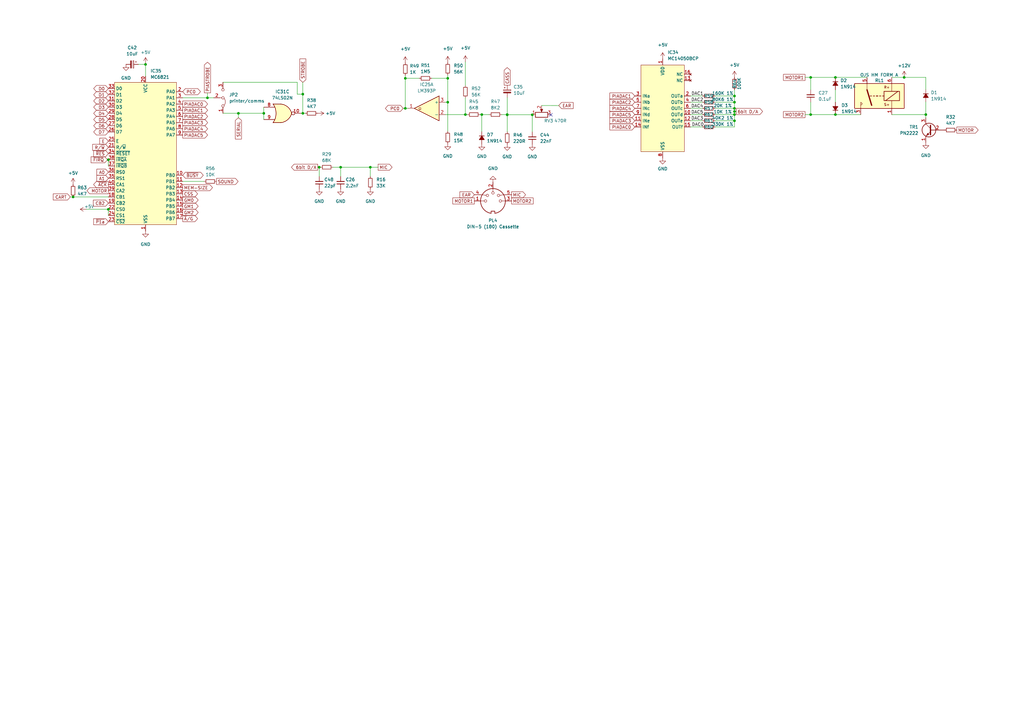
<source format=kicad_sch>
(kicad_sch (version 20250114) (generator "eeschema") (generator_version "9.0")
  (paper "A3")
  (title_block (date "2023-05-25") (rev "3.0"))
  (lib_symbols
    (symbol "74xx:74LS02" (pin_names (offset 1.016))
      (property "Reference" "U" (at 0 1.27 0))
      (property "Value" "74LS02" (at 0 -1.27 0))
      (symbol "74LS02_1_1"
        (arc (start -3.81 3.81) (mid -2.589 0) (end -3.81 -3.81) (stroke (width 0.254)))
        (polyline (pts (xy -3.81 3.81) (xy -0.635 3.81)) (stroke (width 0.254)) (fill (type background)))
        (polyline (pts (xy -3.81 -3.81) (xy -0.635 -3.81)) (stroke (width 0.254)) (fill (type background)))
        (arc (start 3.81 0) (mid 2.1855 -2.584) (end -0.6096 -3.81) (stroke (width 0.254)) (fill (type background)))
        (arc (start -0.6096 3.81) (mid 2.1929 2.5925) (end 3.81 0) (stroke (width 0.254)) (fill (type background)))
        (polyline (pts (xy -0.635 3.81) (xy -3.81 3.81) (xy -3.81 3.81) (xy -3.556 3.4036) (xy -3.0226 2.2606) (xy -2.6924 1.0414) (xy -2.6162 -0.254) (xy -2.7686 -1.4986) (xy -3.175 -2.7178) (xy -3.81 -3.81) (xy -3.81 -3.81) (xy -0.635 -3.81)) (stroke (width -25.4)) (fill (type background)))
        (pin input line (at -7.62 2.54 0) (length 4.318) (name "~") (number "2"))
        (pin input line (at -7.62 -2.54 0) (length 4.318) (name "~") (number "3"))
        (pin output inverted (at 7.62 0 180) (length 3.81) (name "~") (number "1"))
      )
      (symbol "74LS02_1_2"
        (arc (start 0 3.81) (mid 3.7934 0) (end 0 -3.81) (stroke (width 0.254)) (fill (type background)))
        (polyline (pts (xy 0 3.81) (xy -3.81 3.81) (xy -3.81 -3.81) (xy 0 -3.81)) (stroke (width 0.254)) (fill (type background)))
        (pin input inverted (at -7.62 2.54 0) (length 3.81) (name "~") (number "2"))
        (pin input inverted (at -7.62 -2.54 0) (length 3.81) (name "~") (number "3"))
        (pin output line (at 7.62 0 180) (length 3.81) (name "~") (number "1"))
      )
      (symbol "74LS02_2_1"
        (arc (start -3.81 3.81) (mid -2.589 0) (end -3.81 -3.81) (stroke (width 0.254)))
        (polyline (pts (xy -3.81 3.81) (xy -0.635 3.81)) (stroke (width 0.254)) (fill (type background)))
        (polyline (pts (xy -3.81 -3.81) (xy -0.635 -3.81)) (stroke (width 0.254)) (fill (type background)))
        (arc (start 3.81 0) (mid 2.1855 -2.584) (end -0.6096 -3.81) (stroke (width 0.254)) (fill (type background)))
        (arc (start -0.6096 3.81) (mid 2.1929 2.5925) (end 3.81 0) (stroke (width 0.254)) (fill (type background)))
        (polyline (pts (xy -0.635 3.81) (xy -3.81 3.81) (xy -3.81 3.81) (xy -3.556 3.4036) (xy -3.0226 2.2606) (xy -2.6924 1.0414) (xy -2.6162 -0.254) (xy -2.7686 -1.4986) (xy -3.175 -2.7178) (xy -3.81 -3.81) (xy -3.81 -3.81) (xy -0.635 -3.81)) (stroke (width -25.4)) (fill (type background)))
        (pin input line (at -7.62 2.54 0) (length 4.318) (name "~") (number "5"))
        (pin input line (at -7.62 -2.54 0) (length 4.318) (name "~") (number "6"))
        (pin output inverted (at 7.62 0 180) (length 3.81) (name "~") (number "4"))
      )
      (symbol "74LS02_2_2"
        (arc (start 0 3.81) (mid 3.7934 0) (end 0 -3.81) (stroke (width 0.254)) (fill (type background)))
        (polyline (pts (xy 0 3.81) (xy -3.81 3.81) (xy -3.81 -3.81) (xy 0 -3.81)) (stroke (width 0.254)) (fill (type background)))
        (pin input inverted (at -7.62 2.54 0) (length 3.81) (name "~") (number "5"))
        (pin input inverted (at -7.62 -2.54 0) (length 3.81) (name "~") (number "6"))
        (pin output line (at 7.62 0 180) (length 3.81) (name "~") (number "4"))
      )
      (symbol "74LS02_3_1"
        (arc (start -3.81 3.81) (mid -2.589 0) (end -3.81 -3.81) (stroke (width 0.254)))
        (polyline (pts (xy -3.81 3.81) (xy -0.635 3.81)) (stroke (width 0.254)) (fill (type background)))
        (polyline (pts (xy -3.81 -3.81) (xy -0.635 -3.81)) (stroke (width 0.254)) (fill (type background)))
        (arc (start 3.81 0) (mid 2.1855 -2.584) (end -0.6096 -3.81) (stroke (width 0.254)) (fill (type background)))
        (arc (start -0.6096 3.81) (mid 2.1929 2.5925) (end 3.81 0) (stroke (width 0.254)) (fill (type background)))
        (polyline (pts (xy -0.635 3.81) (xy -3.81 3.81) (xy -3.81 3.81) (xy -3.556 3.4036) (xy -3.0226 2.2606) (xy -2.6924 1.0414) (xy -2.6162 -0.254) (xy -2.7686 -1.4986) (xy -3.175 -2.7178) (xy -3.81 -3.81) (xy -3.81 -3.81) (xy -0.635 -3.81)) (stroke (width -25.4)) (fill (type background)))
        (pin input line (at -7.62 2.54 0) (length 4.318) (name "~") (number "8"))
        (pin input line (at -7.62 -2.54 0) (length 4.318) (name "~") (number "9"))
        (pin output inverted (at 7.62 0 180) (length 3.81) (name "~") (number "10"))
      )
      (symbol "74LS02_3_2"
        (arc (start 0 3.81) (mid 3.7934 0) (end 0 -3.81) (stroke (width 0.254)) (fill (type background)))
        (polyline (pts (xy 0 3.81) (xy -3.81 3.81) (xy -3.81 -3.81) (xy 0 -3.81)) (stroke (width 0.254)) (fill (type background)))
        (pin input inverted (at -7.62 2.54 0) (length 3.81) (name "~") (number "8"))
        (pin input inverted (at -7.62 -2.54 0) (length 3.81) (name "~") (number "9"))
        (pin output line (at 7.62 0 180) (length 3.81) (name "~") (number "10"))
      )
      (symbol "74LS02_4_1"
        (arc (start -3.81 3.81) (mid -2.589 0) (end -3.81 -3.81) (stroke (width 0.254)))
        (polyline (pts (xy -3.81 3.81) (xy -0.635 3.81)) (stroke (width 0.254)) (fill (type background)))
        (polyline (pts (xy -3.81 -3.81) (xy -0.635 -3.81)) (stroke (width 0.254)) (fill (type background)))
        (arc (start 3.81 0) (mid 2.1855 -2.584) (end -0.6096 -3.81) (stroke (width 0.254)) (fill (type background)))
        (arc (start -0.6096 3.81) (mid 2.1929 2.5925) (end 3.81 0) (stroke (width 0.254)) (fill (type background)))
        (polyline (pts (xy -0.635 3.81) (xy -3.81 3.81) (xy -3.81 3.81) (xy -3.556 3.4036) (xy -3.0226 2.2606) (xy -2.6924 1.0414) (xy -2.6162 -0.254) (xy -2.7686 -1.4986) (xy -3.175 -2.7178) (xy -3.81 -3.81) (xy -3.81 -3.81) (xy -0.635 -3.81)) (stroke (width -25.4)) (fill (type background)))
        (pin input line (at -7.62 2.54 0) (length 4.318) (name "~") (number "11"))
        (pin input line (at -7.62 -2.54 0) (length 4.318) (name "~") (number "12"))
        (pin output inverted (at 7.62 0 180) (length 3.81) (name "~") (number "13"))
      )
      (symbol "74LS02_4_2"
        (arc (start 0 3.81) (mid 3.7934 0) (end 0 -3.81) (stroke (width 0.254)) (fill (type background)))
        (polyline (pts (xy 0 3.81) (xy -3.81 3.81) (xy -3.81 -3.81) (xy 0 -3.81)) (stroke (width 0.254)) (fill (type background)))
        (pin input inverted (at -7.62 2.54 0) (length 3.81) (name "~") (number "11"))
        (pin input inverted (at -7.62 -2.54 0) (length 3.81) (name "~") (number "12"))
        (pin output line (at 7.62 0 180) (length 3.81) (name "~") (number "13"))
      )
      (symbol "74LS02_5_0"
        (pin power_in line (at 0 12.7 270) (length 5.08) (name "VCC") (number "14"))
        (pin power_in line (at 0 -12.7 90) (length 5.08) (name "GND") (number "7"))
      )
      (symbol "74LS02_5_1"
        (rectangle (start -5.08 7.62) (end 5.08 -7.62) (stroke (width 0.254)) (fill (type background)))
      )
    )
    (symbol "Comparator:LM393" (pin_names (offset 0.127))
      (property "Reference" "U" (at 3.81 3.81 0))
      (property "Value" "LM393" (at 6.35 -3.81 0))
      (symbol "LM393_1_1"
        (polyline (pts (xy -5.08 5.08) (xy 5.08 0) (xy -5.08 -5.08) (xy -5.08 5.08)) (stroke (width 0.254)) (fill (type background)))
        (polyline (pts (xy 3.302 -0.508) (xy 2.794 -0.508) (xy 3.302 0) (xy 2.794 0.508) (xy 2.286 0) (xy 2.794 -0.508) (xy 2.286 -0.508)) (stroke (width 0.127)))
        (pin input line (at -7.62 2.54 0) (length 2.54) (name "+") (number "3"))
        (pin input line (at -7.62 -2.54 0) (length 2.54) (name "-") (number "2"))
        (pin open_collector line (at 7.62 0 180) (length 2.54) (name "~") (number "1"))
      )
      (symbol "LM393_2_1"
        (polyline (pts (xy -5.08 5.08) (xy 5.08 0) (xy -5.08 -5.08) (xy -5.08 5.08)) (stroke (width 0.254)) (fill (type background)))
        (polyline (pts (xy 3.302 -0.508) (xy 2.794 -0.508) (xy 3.302 0) (xy 2.794 0.508) (xy 2.286 0) (xy 2.794 -0.508) (xy 2.286 -0.508)) (stroke (width 0.127)))
        (pin input line (at -7.62 2.54 0) (length 2.54) (name "+") (number "5"))
        (pin input line (at -7.62 -2.54 0) (length 2.54) (name "_") (number "6"))
        (pin open_collector line (at 7.62 0 180) (length 2.54) (name "~") (number "7"))
      )
      (symbol "LM393_3_1"
        (pin power_in line (at -2.54 7.62 270) (length 3.81) (name "V+") (number "8"))
        (pin power_in line (at -2.54 -7.62 90) (length 3.81) (name "V-") (number "4"))
      )
    )
    (symbol "Connector:DIN-5_180degree" (pin_names (offset 1.016))
      (property "Reference" "J" (at 3.175 5.715 0))
      (property "Value" "DIN-5_180degree" (at 0 -6.35 0))
      (symbol "DIN-5_180degree_0_1"
        (polyline (pts (xy -5.08 2.54) (xy -4.318 2.54) (xy -2.794 2.286)))
        (polyline (pts (xy -5.08 0) (xy -3.556 0)))
        (circle (center -3.048 0) (radius 0.508))
        (circle (center -2.286 2.286) (radius 0.508))
        (polyline (pts (xy -0.762 -4.953) (xy -0.762 -4.191) (xy 0.762 -4.191) (xy 0.762 -4.953)) (stroke (width 0.254)))
        (arc (start 5.08 0) (mid 3.8673 -3.3444) (end 0.762 -5.08) (stroke (width 0.254)))
        (polyline (pts (xy 0 5.08) (xy 0 3.81)))
        (circle (center 0 3.302) (radius 0.508))
        (arc (start -5.08 0) (mid 0 5.0579) (end 5.08 0) (stroke (width 0.254)))
        (arc (start -0.762 -5.08) (mid -3.8597 -3.3379) (end -5.08 0) (stroke (width 0.254)))
        (circle (center 2.286 2.286) (radius 0.508))
        (circle (center 3.048 0) (radius 0.508))
        (polyline (pts (xy 5.08 2.54) (xy 4.318 2.54) (xy 2.794 2.286)))
        (polyline (pts (xy 5.08 0) (xy 3.556 0)))
      )
      (symbol "DIN-5_180degree_1_1"
        (pin passive line (at -7.62 2.54 0) (length 2.54) (name "~") (number "4"))
        (pin passive line (at -7.62 0 0) (length 2.54) (name "~") (number "1"))
        (pin passive line (at 0 7.62 270) (length 2.54) (name "~") (number "2"))
        (pin passive line (at 7.62 2.54 180) (length 2.54) (name "~") (number "5"))
        (pin passive line (at 7.62 0 180) (length 2.54) (name "~") (number "3"))
      )
    )
    (symbol "Device:C_Polarized_Small" (pin_numbers (hide yes)) (pin_names (offset 0.254) (hide yes))
      (property "Reference" "C" (at 0.254 1.778 0))
      (property "Value" "C_Polarized_Small" (at 0.254 -2.032 0))
      (symbol "C_Polarized_Small_0_1"
        (rectangle (start -1.524 0.6858) (end 1.524 0.3048))
        (rectangle (start -1.524 -0.3048) (end 1.524 -0.6858) (fill (type outline)))
        (polyline (pts (xy -1.27 1.524) (xy -0.762 1.524)))
        (polyline (pts (xy -1.016 1.27) (xy -1.016 1.778)))
      )
      (symbol "C_Polarized_Small_1_1"
        (pin passive line (at 0 2.54 270) (length 1.8542) (name "~") (number "1"))
        (pin passive line (at 0 -2.54 90) (length 1.8542) (name "~") (number "2"))
      )
    )
    (symbol "Device:C_Small" (pin_numbers (hide yes)) (pin_names (offset 0.254) (hide yes))
      (property "Reference" "C" (at 0.254 1.778 0))
      (property "Value" "C_Small" (at 0.254 -2.032 0))
      (symbol "C_Small_0_1"
        (polyline (pts (xy -1.524 0.508) (xy 1.524 0.508)) (stroke (width 0.3048)))
        (polyline (pts (xy -1.524 -0.508) (xy 1.524 -0.508)) (stroke (width 0.3302)))
      )
      (symbol "C_Small_1_1"
        (pin passive line (at 0 2.54 270) (length 2.032) (name "~") (number "1"))
        (pin passive line (at 0 -2.54 90) (length 2.032) (name "~") (number "2"))
      )
    )
    (symbol "Device:D_Small_Filled" (pin_numbers (hide yes)) (pin_names (offset 0.254) (hide yes))
      (property "Reference" "D" (at -1.27 2.032 0))
      (property "Value" "D_Small_Filled" (at -3.81 -2.032 0))
      (symbol "D_Small_Filled_0_1"
        (polyline (pts (xy -0.762 0) (xy 0.762 0)))
        (polyline (pts (xy -0.762 -1.016) (xy -0.762 1.016)) (stroke (width 0.254)))
        (polyline (pts (xy 0.762 -1.016) (xy -0.762 0) (xy 0.762 1.016) (xy 0.762 -1.016)) (stroke (width 0.254)) (fill (type outline)))
      )
      (symbol "D_Small_Filled_1_1"
        (pin passive line (at -2.54 0 0) (length 1.778) (name "K") (number "1"))
        (pin passive line (at 2.54 0 180) (length 1.778) (name "A") (number "2"))
      )
    )
    (symbol "Device:R_Potentiometer" (pin_names (offset 1.016) (hide yes))
      (property "Reference" "RV" (at -4.445 0 90))
      (property "Value" "R_Potentiometer" (at -2.54 0 90))
      (symbol "R_Potentiometer_0_1"
        (rectangle (start 1.016 2.54) (end -1.016 -2.54) (stroke (width 0.254)))
        (polyline (pts (xy 1.143 0) (xy 2.286 0.508) (xy 2.286 -0.508) (xy 1.143 0)) (fill (type outline)))
        (polyline (pts (xy 2.54 0) (xy 1.524 0)))
      )
      (symbol "R_Potentiometer_1_1"
        (pin passive line (at 0 3.81 270) (length 1.27) (name "1") (number "1"))
        (pin passive line (at 0 -3.81 90) (length 1.27) (name "3") (number "3"))
        (pin passive line (at 3.81 0 180) (length 1.27) (name "2") (number "2"))
      )
    )
    (symbol "Device:R_Small" (pin_numbers (hide yes)) (pin_names (offset 0.254) (hide yes))
      (property "Reference" "R" (at 0.762 0.508 0))
      (property "Value" "R_Small" (at 0.762 -1.016 0))
      (symbol "R_Small_0_1"
        (rectangle (start -0.762 1.778) (end 0.762 -1.778) (stroke (width 0.2032)))
      )
      (symbol "R_Small_1_1"
        (pin passive line (at 0 2.54 270) (length 0.762) (name "~") (number "1"))
        (pin passive line (at 0 -2.54 90) (length 0.762) (name "~") (number "2"))
      )
    )
    (symbol "Jumper:Jumper_3_Bridged12" (pin_names (offset 0) (hide yes))
      (property "Reference" "JP" (at -2.54 -2.54 0))
      (property "Value" "Jumper_3_Bridged12" (at 0 2.794 0))
      (symbol "Jumper_3_Bridged12_0_0"
        (circle (center -3.302 0) (radius 0.508))
        (circle (center 0 0) (radius 0.508))
        (circle (center 3.302 0) (radius 0.508))
      )
      (symbol "Jumper_3_Bridged12_0_1"
        (arc (start -3.048 0.508) (mid -1.651 0.9912) (end -0.254 0.508))
        (polyline (pts (xy 0 -1.27) (xy 0 -0.508)))
      )
      (symbol "Jumper_3_Bridged12_1_1"
        (pin passive line (at -6.35 0 0) (length 2.54) (name "A") (number "1"))
        (pin input line (at 0 -3.81 90) (length 2.54) (name "C") (number "2"))
        (pin passive line (at 6.35 0 180) (length 2.54) (name "B") (number "3"))
      )
    )
    (symbol "Motorola PIA:MC14050BCP"
      (property "Reference" "U" (at 0 8.89 0))
      (property "Value" "MC14050BCP" (at 0 -10.16 0))
      (symbol "MC14050BCP_0_1"
        (rectangle (start -8.89 17.78) (end 8.89 -17.78) (fill (type background)))
      )
      (symbol "MC14050BCP_1_1"
        (pin input line (at -11.43 5.08 0) (length 2.54) (name "INa") (number "3"))
        (pin input line (at -11.43 2.54 0) (length 2.54) (name "INb") (number "5"))
        (pin input line (at -11.43 0 0) (length 2.54) (name "INc") (number "7"))
        (pin input line (at -11.43 -2.54 0) (length 2.54) (name "INd") (number "9"))
        (pin input line (at -11.43 -5.08 0) (length 2.54) (name "INe") (number "11"))
        (pin input line (at -11.43 -7.62 0) (length 2.54) (name "INf") (number "14"))
        (pin power_in line (at 0 20.32 270) (length 2.54) (name "VDD") (number "1"))
        (pin power_in line (at 0 -20.32 90) (length 2.54) (name "VSS") (number "8"))
        (pin no_connect line (at 11.43 13.97 180) (length 2.54) (name "NC") (number "16"))
        (pin no_connect line (at 11.43 11.43 180) (length 2.54) (name "NC") (number "13"))
        (pin output line (at 11.43 5.08 180) (length 2.54) (name "OUTa") (number "2"))
        (pin output line (at 11.43 2.54 180) (length 2.54) (name "OUTb") (number "4"))
        (pin output line (at 11.43 0 180) (length 2.54) (name "OUTc") (number "6"))
        (pin output line (at 11.43 -2.54 180) (length 2.54) (name "OUTd") (number "10"))
        (pin output line (at 11.43 -5.08 180) (length 2.54) (name "OUTe") (number "12"))
        (pin output line (at 11.43 -7.62 180) (length 2.54) (name "OUTf") (number "15"))
      )
    )
    (symbol "Motorola PIA:MC6821"
      (property "Reference" "U" (at 0 1.27 0))
      (property "Value" "MC6821" (at 0 -1.27 0))
      (symbol "MC6821_0_1"
        (rectangle (start -12.7 30.48) (end 12.7 -27.94) (fill (type background)))
      )
      (symbol "MC6821_1_1"
        (pin bidirectional line (at -15.24 27.94 0) (length 2.54) (name "D0") (number "33"))
        (pin bidirectional line (at -15.24 25.4 0) (length 2.54) (name "D1") (number "32"))
        (pin bidirectional line (at -15.24 22.86 0) (length 2.54) (name "D2") (number "31"))
        (pin bidirectional line (at -15.24 20.32 0) (length 2.54) (name "D3") (number "30"))
        (pin bidirectional line (at -15.24 17.78 0) (length 2.54) (name "D4") (number "29"))
        (pin bidirectional line (at -15.24 15.24 0) (length 2.54) (name "D5") (number "28"))
        (pin bidirectional line (at -15.24 12.7 0) (length 2.54) (name "D6") (number "27"))
        (pin bidirectional line (at -15.24 10.16 0) (length 2.54) (name "D7") (number "26"))
        (pin input line (at -15.24 6.35 0) (length 2.54) (name "E") (number "25"))
        (pin input line (at -15.24 3.81 0) (length 2.54) (name "R/~{W}") (number "21"))
        (pin input line (at -15.24 1.27 0) (length 2.54) (name "~{RESET}") (number "34"))
        (pin input line (at -15.24 -1.27 0) (length 2.54) (name "~{IRQA}") (number "38"))
        (pin input line (at -15.24 -3.81 0) (length 2.54) (name "~{IRQB}") (number "37"))
        (pin input line (at -15.24 -6.35 0) (length 2.54) (name "RS0") (number "36"))
        (pin input line (at -15.24 -8.89 0) (length 2.54) (name "RS1") (number "35"))
        (pin input line (at -15.24 -11.43 0) (length 2.54) (name "CA1") (number "40"))
        (pin input line (at -15.24 -13.97 0) (length 2.54) (name "CA2") (number "39"))
        (pin input line (at -15.24 -16.51 0) (length 2.54) (name "CB1") (number "18"))
        (pin input line (at -15.24 -19.05 0) (length 2.54) (name "CB2") (number "19"))
        (pin input line (at -15.24 -21.59 0) (length 2.54) (name "CS0") (number "22"))
        (pin input line (at -15.24 -24.13 0) (length 2.54) (name "CS1") (number "24"))
        (pin input line (at -15.24 -26.67 0) (length 2.54) (name "~{CS2}") (number "23"))
        (pin power_in line (at 0 33.02 270) (length 2.54) (name "VCC") (number "20"))
        (pin power_in line (at 0 -30.48 90) (length 2.54) (name "VSS") (number "1"))
        (pin bidirectional line (at 15.24 26.67 180) (length 2.54) (name "PA0") (number "2"))
        (pin bidirectional line (at 15.24 24.13 180) (length 2.54) (name "PA1") (number "3"))
        (pin bidirectional line (at 15.24 21.59 180) (length 2.54) (name "PA2") (number "4"))
        (pin bidirectional line (at 15.24 19.05 180) (length 2.54) (name "PA3") (number "5"))
        (pin bidirectional line (at 15.24 16.51 180) (length 2.54) (name "PA4") (number "6"))
        (pin bidirectional line (at 15.24 13.97 180) (length 2.54) (name "PA5") (number "7"))
        (pin bidirectional line (at 15.24 11.43 180) (length 2.54) (name "PA6") (number "8"))
        (pin bidirectional line (at 15.24 8.89 180) (length 2.54) (name "PA7") (number "9"))
        (pin bidirectional line (at 15.24 -7.62 180) (length 2.54) (name "PB0") (number "10"))
        (pin bidirectional line (at 15.24 -10.16 180) (length 2.54) (name "PB1") (number "11"))
        (pin bidirectional line (at 15.24 -12.7 180) (length 2.54) (name "PB2") (number "12"))
        (pin bidirectional line (at 15.24 -15.24 180) (length 2.54) (name "PB3") (number "13"))
        (pin bidirectional line (at 15.24 -17.78 180) (length 2.54) (name "PB4") (number "14"))
        (pin bidirectional line (at 15.24 -20.32 180) (length 2.54) (name "PB5") (number "15"))
        (pin bidirectional line (at 15.24 -22.86 180) (length 2.54) (name "PB6") (number "16"))
        (pin bidirectional line (at 15.24 -25.4 180) (length 2.54) (name "PB7") (number "17"))
      )
    )
    (symbol "Relay:ADW11"
      (property "Reference" "K" (at 11.43 3.81 0))
      (property "Value" "ADW11" (at 13.97 1.27 0))
      (symbol "ADW11_1_1"
        (rectangle (start -10.16 5.08) (end 10.16 -5.08) (stroke (width 0.254)) (fill (type background)))
        (rectangle (start -8.255 1.905) (end -1.905 -1.905) (stroke (width 0.254)))
        (polyline (pts (xy -7.62 -1.905) (xy -2.54 1.905)) (stroke (width 0.254)))
        (polyline (pts (xy -5.08 5.08) (xy -5.08 1.905)))
        (polyline (pts (xy -5.08 -5.08) (xy -5.08 -1.905)))
        (polyline (pts (xy -1.905 0) (xy -1.27 0)) (stroke (width 0.254)))
        (polyline (pts (xy -0.635 0) (xy 0 0)) (stroke (width 0.254)))
        (polyline (pts (xy 0.635 0) (xy 1.27 0)) (stroke (width 0.254)))
        (polyline (pts (xy 0.635 0) (xy 1.27 0)) (stroke (width 0.254)))
        (polyline (pts (xy 1.905 0) (xy 2.54 0)) (stroke (width 0.254)))
        (polyline (pts (xy 3.175 0) (xy 3.81 0)) (stroke (width 0.254)))
        (polyline (pts (xy 5.08 -2.54) (xy 3.175 3.81)) (stroke (width 0.508)))
        (polyline (pts (xy 5.08 -2.54) (xy 5.08 -5.08)))
        (polyline (pts (xy 7.62 3.81) (xy 7.62 5.08)))
        (polyline (pts (xy 7.62 3.81) (xy 7.62 2.54) (xy 6.985 3.175) (xy 7.62 3.81)))
        (text "S+" (at -3.048 3.556 0) (effects (font (size 1.016 1.016))))
        (text "R+" (at -3.048 -3.556 0) (effects (font (size 1.016 1.016))))
        (pin passive line (at -5.08 7.62 270) (length 2.54) (name "~") (number "1"))
        (pin passive line (at -5.08 -7.62 90) (length 2.54) (name "~") (number "6"))
        (pin passive line (at 5.08 -7.62 90) (length 2.54) (name "~") (number "5"))
        (pin passive line (at 7.62 7.62 270) (length 2.54) (name "~") (number "3"))
      )
    )
    (symbol "Transistor_BJT:BC141" (pin_names (offset 0) (hide yes))
      (property "Reference" "Q" (at 5.08 1.905 0))
      (property "Value" "BC141" (at 5.08 0 0))
      (symbol "BC141_0_1"
        (polyline (pts (xy 0.635 1.905) (xy 0.635 -1.905) (xy 0.635 -1.905)) (stroke (width 0.508)))
        (polyline (pts (xy 0.635 0.635) (xy 2.54 2.54)))
        (polyline (pts (xy 0.635 -0.635) (xy 2.54 -2.54) (xy 2.54 -2.54)))
        (circle (center 1.27 0) (radius 2.8194) (stroke (width 0.254)))
        (polyline (pts (xy 1.27 -1.778) (xy 1.778 -1.27) (xy 2.286 -2.286) (xy 1.27 -1.778) (xy 1.27 -1.778)) (fill (type outline)))
      )
      (symbol "BC141_1_1"
        (pin passive line (at -5.08 0 0) (length 5.715) (name "B") (number "2"))
        (pin passive line (at 2.54 5.08 270) (length 2.54) (name "C") (number "3"))
        (pin passive line (at 2.54 -5.08 90) (length 2.54) (name "E") (number "1"))
      )
    )
    (symbol "power:+12V" (power) (pin_names (offset 0))
      (property "Value" "+12V" (at 0 3.556 0))
      (symbol "+12V_0_1"
        (polyline (pts (xy -0.762 1.27) (xy 0 2.54)))
        (polyline (pts (xy 0 2.54) (xy 0.762 1.27)))
        (polyline (pts (xy 0 0) (xy 0 2.54)))
      )
      (symbol "+12V_1_1"
        (pin power_in line (at 0 0 90) (length 0) (hide yes) (name "+12V") (number "1"))
      )
    )
    (symbol "power:+5V" (power) (pin_names (offset 0))
      (property "Value" "+5V" (at 0 3.556 0))
      (symbol "+5V_0_1"
        (polyline (pts (xy -0.762 1.27) (xy 0 2.54)))
        (polyline (pts (xy 0 2.54) (xy 0.762 1.27)))
        (polyline (pts (xy 0 0) (xy 0 2.54)))
      )
      (symbol "+5V_1_1"
        (pin power_in line (at 0 0 90) (length 0) (hide yes) (name "+5V") (number "1"))
      )
    )
    (symbol "power:GND" (power) (pin_names (offset 0))
      (property "Value" "GND" (at 0 -3.81 0))
      (symbol "GND_0_1"
        (polyline (pts (xy 0 0) (xy 0 -1.27) (xy 1.27 -1.27) (xy 0 -2.54) (xy -1.27 -1.27) (xy 0 -1.27)))
      )
      (symbol "GND_1_1"
        (pin power_in line (at 0 0 270) (length 0) (hide yes) (name "GND") (number "1"))
      )
    )
  )
  (junction (at 370.84 31.75))
  (junction (at 301.244 49.53))
  (junction (at 166.243 32.131))
  (junction (at 190.881 46.99))
  (junction (at 85.09 40.132))
  (junction (at 166.243 44.45))
  (junction (at 301.244 39.37))
  (junction (at 342.646 31.75))
  (junction (at 29.972 80.772))
  (junction (at 183.642 32.131))
  (junction (at 197.612 46.99))
  (junction (at 218.313 47.0903))
  (junction (at 151.892 68.58))
  (junction (at 342.646 46.99))
  (junction (at 97.79 46.482))
  (junction (at 130.937 68.58))
  (junction (at 44.45 65.532))
  (junction (at 139.7 68.58))
  (junction (at 124.206 38.608))
  (junction (at 301.244 46.99))
  (junction (at 208.026 47.0903))
  (junction (at 301.244 44.45))
  (junction (at 108.204 46.482))
  (junction (at 124.206 46.482))
  (junction (at 59.69 26.416))
  (junction (at 183.642 41.91))
  (junction (at 332.486 31.75))
  (junction (at 379.73 46.99))
  (junction (at 301.244 45.72))
  (junction (at 332.486 46.99))
  (junction (at 208.026 46.99))
  (junction (at 301.244 41.91))
  (junction (at 44.45 85.852))
  (no_connect (at 225.933 47.0903))
  (wire (pts (xy 288.163 39.37) (xy 283.21 39.37)))
  (wire (pts (xy 218.313 47.0903) (xy 208.026 47.0903)))
  (wire (pts (xy 121.92 38.608) (xy 124.206 38.608)))
  (wire (pts (xy 183.642 30.734) (xy 183.642 32.131)))
  (wire (pts (xy 365.76 46.99) (xy 379.73 46.99)))
  (wire (pts (xy 330.2 46.99) (xy 332.486 46.99)))
  (wire (pts (xy 130.302 68.58) (xy 130.937 68.58)))
  (wire (pts (xy 370.84 31.75) (xy 379.73 31.75)))
  (wire (pts (xy 301.244 45.72) (xy 302.006 45.72)))
  (wire (pts (xy 108.204 46.482) (xy 108.204 49.022)))
  (wire (pts (xy 87.63 40.132) (xy 85.09 40.132)))
  (wire (pts (xy 183.642 41.91) (xy 182.626 41.91)))
  (wire (pts (xy 166.243 44.45) (xy 167.386 44.45)))
  (wire (pts (xy 229.1749 43.2859) (xy 222.123 43.2803)))
  (wire (pts (xy 301.244 36.83) (xy 301.244 39.37)))
  (wire (pts (xy 97.79 48.26) (xy 97.79 46.482)))
  (wire (pts (xy 166.243 32.131) (xy 166.243 44.45)))
  (wire (pts (xy 190.881 46.99) (xy 182.626 46.99)))
  (wire (pts (xy 123.444 46.482) (xy 124.206 46.482)))
  (wire (pts (xy 124.206 33.782) (xy 124.206 38.608)))
  (wire (pts (xy 44.069 65.532) (xy 44.45 65.532)))
  (wire (pts (xy 301.244 45.72) (xy 301.244 46.99)))
  (wire (pts (xy 44.45 65.532) (xy 44.45 68.072)))
  (wire (pts (xy 288.163 49.53) (xy 283.21 49.53)))
  (wire (pts (xy 28.829 80.772) (xy 29.972 80.772)))
  (wire (pts (xy 379.73 41.783) (xy 379.73 46.99)))
  (wire (pts (xy 293.243 39.37) (xy 301.244 39.37)))
  (wire (pts (xy 183.642 32.131) (xy 183.642 41.91)))
  (wire (pts (xy 85.09 40.132) (xy 74.93 40.132)))
  (wire (pts (xy 288.163 44.45) (xy 283.21 44.45)))
  (wire (pts (xy 342.646 46.99) (xy 353.06 46.99)))
  (wire (pts (xy 301.244 44.45) (xy 301.244 45.72)))
  (wire (pts (xy 151.892 68.58) (xy 139.7 68.58)))
  (wire (pts (xy 91.44 33.782) (xy 121.92 33.782)))
  (wire (pts (xy 208.026 46.99) (xy 205.74 46.99)))
  (wire (pts (xy 166.243 32.131) (xy 171.958 32.131)))
  (wire (pts (xy 365.76 31.75) (xy 370.84 31.75)))
  (wire (pts (xy 124.206 38.608) (xy 124.206 46.482)))
  (wire (pts (xy 166.243 30.861) (xy 166.243 32.131)))
  (wire (pts (xy 35.433 85.852) (xy 44.45 85.852)))
  (wire (pts (xy 301.244 49.53) (xy 301.244 52.07)))
  (wire (pts (xy 139.7 68.58) (xy 136.525 68.58)))
  (wire (pts (xy 124.206 46.482) (xy 125.222 46.482)))
  (wire (pts (xy 218.313 54.102) (xy 218.313 47.0903)))
  (wire (pts (xy 44.45 85.852) (xy 44.45 88.392)))
  (wire (pts (xy 121.92 33.782) (xy 121.92 38.608)))
  (wire (pts (xy 293.243 44.45) (xy 301.244 44.45)))
  (wire (pts (xy 293.243 49.53) (xy 301.244 49.53)))
  (wire (pts (xy 29.972 80.772) (xy 44.45 80.772)))
  (wire (pts (xy 332.486 46.99) (xy 342.646 46.99)))
  (wire (pts (xy 200.66 46.99) (xy 197.612 46.99)))
  (wire (pts (xy 183.642 32.131) (xy 177.038 32.131)))
  (wire (pts (xy 301.244 39.37) (xy 301.244 41.91)))
  (wire (pts (xy 293.243 41.91) (xy 301.244 41.91)))
  (wire (pts (xy 379.73 31.75) (xy 379.73 36.703)))
  (wire (pts (xy 97.79 46.482) (xy 108.204 46.482)))
  (wire (pts (xy 151.892 68.58) (xy 151.892 72.39)))
  (wire (pts (xy 59.69 26.416) (xy 59.69 31.242)))
  (wire (pts (xy 288.163 52.07) (xy 283.21 52.07)))
  (wire (pts (xy 85.09 38.1) (xy 85.09 40.132)))
  (wire (pts (xy 332.486 36.83) (xy 332.486 31.75)))
  (wire (pts (xy 108.204 43.942) (xy 108.204 46.482)))
  (wire (pts (xy 379.73 46.99) (xy 379.73 48.26)))
  (wire (pts (xy 208.026 40.005) (xy 208.026 46.99)))
  (wire (pts (xy 197.612 46.99) (xy 196.85 46.99)))
  (wire (pts (xy 301.244 46.99) (xy 301.244 49.53)))
  (wire (pts (xy 190.881 40.132) (xy 190.881 46.99)))
  (wire (pts (xy 183.642 41.91) (xy 183.642 53.848)))
  (wire (pts (xy 332.486 41.91) (xy 332.486 46.99)))
  (wire (pts (xy 288.163 46.99) (xy 283.21 46.99)))
  (wire (pts (xy 191.77 46.99) (xy 190.881 46.99)))
  (wire (pts (xy 83.693 74.422) (xy 74.93 74.422)))
  (wire (pts (xy 155.067 68.58) (xy 151.892 68.58)))
  (wire (pts (xy 190.881 25.4) (xy 190.881 35.052)))
  (wire (pts (xy 130.937 68.58) (xy 131.445 68.58)))
  (wire (pts (xy 293.243 52.07) (xy 301.244 52.07)))
  (wire (pts (xy 59.69 26.162) (xy 59.69 26.416)))
  (wire (pts (xy 288.163 41.91) (xy 283.21 41.91)))
  (wire (pts (xy 342.646 36.83) (xy 342.646 41.91)))
  (wire (pts (xy 130.937 72.39) (xy 130.937 68.58)))
  (wire (pts (xy 208.026 54.102) (xy 208.026 47.0903)))
  (wire (pts (xy 332.486 31.75) (xy 342.646 31.75)))
  (wire (pts (xy 91.44 46.482) (xy 97.79 46.482)))
  (wire (pts (xy 293.243 46.99) (xy 301.244 46.99)))
  (wire (pts (xy 197.612 53.975) (xy 197.612 46.99)))
  (wire (pts (xy 56.769 26.416) (xy 59.69 26.416)))
  (wire (pts (xy 301.244 41.91) (xy 301.244 44.45)))
  (wire (pts (xy 139.7 68.58) (xy 139.7 72.39)))
  (wire (pts (xy 208.026 47.0903) (xy 208.026 46.99)))
  (wire (pts (xy 330.2 31.75) (xy 332.486 31.75)))
  (wire (pts (xy 342.646 31.75) (xy 355.6 31.75)))
  (wire (pts (xy 165.354 44.45) (xy 166.243 44.45)))
  (label "DAC3" (at 283.4451 49.53 0))
  (label "DAC1" (at 283.5002 39.37 0))
  (label "DAC5" (at 283.4451 46.99 0))
  (label "DAC4" (at 283.4451 44.45 0))
  (label "DAC2" (at 283.4451 41.91 0))
  (label "DAC0" (at 283.6656 52.07 0))
  (global_label "PIADAC1" (shape output) (at 74.93 45.212 0) (property "Intersheetrefs" "${INTERSHEET_REFS}" (effects (hide yes))))
  (global_label "D3" (shape bidirectional) (at 44.45 43.942 180) (property "Intersheetrefs" "${INTERSHEET_REFS}" (effects (hide yes))))
  (global_label "D0" (shape bidirectional) (at 44.45 36.322 180) (property "Intersheetrefs" "${INTERSHEET_REFS}" (effects (hide yes))))
  (global_label "PIADAC4" (shape output) (at 74.93 52.832 0) (property "Intersheetrefs" "${INTERSHEET_REFS}" (effects (hide yes))))
  (global_label "CASS" (shape output) (at 208.026 34.925 90) (property "Intersheetrefs" "${INTERSHEET_REFS}" (effects (hide yes))))
  (global_label "A1" (shape input) (at 44.45 73.152 180) (property "Intersheetrefs" "${INTERSHEET_REFS}" (effects (hide yes))))
  (global_label "EAR" (shape input) (at 194.564 79.883 180) (property "Intersheetrefs" "${INTERSHEET_REFS}" (effects (hide yes))))
  (global_label "~{RES}" (shape input) (at 44.45 62.992 180) (property "Intersheetrefs" "${INTERSHEET_REFS}" (effects (hide yes))))
  (global_label "PIADAC2" (shape output) (at 74.93 47.752 0) (property "Intersheetrefs" "${INTERSHEET_REFS}" (effects (hide yes))))
  (global_label "D2" (shape bidirectional) (at 44.45 41.402 180) (property "Intersheetrefs" "${INTERSHEET_REFS}" (effects (hide yes))))
  (global_label "MOTOR" (shape output) (at 44.45 78.232 180) (property "Intersheetrefs" "${INTERSHEET_REFS}" (effects (hide yes))))
  (global_label "MIC" (shape output) (at 155.067 68.58 0) (property "Intersheetrefs" "${INTERSHEET_REFS}" (effects (hide yes))))
  (global_label "PIADAC2" (shape input) (at 260.35 41.91 180) (property "Intersheetrefs" "${INTERSHEET_REFS}" (effects (hide yes))))
  (global_label "~{BUSY}" (shape bidirectional) (at 74.93 71.882 0) (property "Intersheetrefs" "${INTERSHEET_REFS}" (effects (hide yes))))
  (global_label "PIADAC4" (shape input) (at 260.35 44.45 180) (property "Intersheetrefs" "${INTERSHEET_REFS}" (effects (hide yes))))
  (global_label "GM2" (shape output) (at 74.93 87.122 0) (property "Intersheetrefs" "${INTERSHEET_REFS}" (effects (hide yes))))
  (global_label "GM1" (shape output) (at 74.93 84.582 0) (property "Intersheetrefs" "${INTERSHEET_REFS}" (effects (hide yes))))
  (global_label "D5" (shape bidirectional) (at 44.45 49.022 180) (property "Intersheetrefs" "${INTERSHEET_REFS}" (effects (hide yes))))
  (global_label "D7" (shape bidirectional) (at 44.45 54.102 180) (property "Intersheetrefs" "${INTERSHEET_REFS}" (effects (hide yes))))
  (global_label "PIADAC5" (shape input) (at 260.35 46.99 180) (property "Intersheetrefs" "${INTERSHEET_REFS}" (effects (hide yes))))
  (global_label "~{ACK}" (shape output) (at 44.45 75.692 180) (property "Intersheetrefs" "${INTERSHEET_REFS}" (effects (hide yes))))
  (global_label "MOTOR2" (shape passive) (at 209.804 82.423 0) (property "Intersheetrefs" "${INTERSHEET_REFS}" (effects (hide yes))))
  (global_label "SERIAL" (shape input) (at 97.79 48.26 270) (property "Intersheetrefs" "${INTERSHEET_REFS}" (effects (hide yes))))
  (global_label "MIC" (shape output) (at 209.804 79.883 0) (property "Intersheetrefs" "${INTERSHEET_REFS}" (effects (hide yes))))
  (global_label "PIADAC0" (shape input) (at 260.35 52.07 180) (property "Intersheetrefs" "${INTERSHEET_REFS}" (effects (hide yes))))
  (global_label "MOTOR1" (shape passive) (at 194.564 82.423 180) (property "Intersheetrefs" "${INTERSHEET_REFS}" (effects (hide yes))))
  (global_label "MOTOR" (shape output) (at 392.43 53.34 0) (property "Intersheetrefs" "${INTERSHEET_REFS}" (effects (hide yes))))
  (global_label "PIADAC1" (shape input) (at 260.35 39.37 180) (property "Intersheetrefs" "${INTERSHEET_REFS}" (effects (hide yes))))
  (global_label "PIADAC0" (shape output) (at 74.93 42.672 0) (property "Intersheetrefs" "${INTERSHEET_REFS}" (effects (hide yes))))
  (global_label "EAR" (shape input) (at 229.1749 43.2859 0) (property "Intersheetrefs" "${INTERSHEET_REFS}" (effects (hide yes))))
  (global_label "E" (shape input) (at 44.45 57.912 180) (property "Intersheetrefs" "${INTERSHEET_REFS}" (effects (hide yes))))
  (global_label "~{FIRQ}" (shape input) (at 44.069 65.532 180) (property "Intersheetrefs" "${INTERSHEET_REFS}" (effects (hide yes))))
  (global_label "CART" (shape input) (at 28.829 80.772 180) (property "Intersheetrefs" "${INTERSHEET_REFS}" (effects (hide yes))))
  (global_label "MOTOR1" (shape passive) (at 330.2 31.75 180) (property "Intersheetrefs" "${INTERSHEET_REFS}" (effects (hide yes))))
  (global_label "PC0" (shape bidirectional) (at 165.354 44.45 180) (property "Intersheetrefs" "${INTERSHEET_REFS}" (effects (hide yes))))
  (global_label "SOUND" (shape output) (at 88.773 74.422 0) (property "Intersheetrefs" "${INTERSHEET_REFS}" (effects (hide yes))))
  (global_label "PIADAC3" (shape output) (at 74.93 50.292 0) (property "Intersheetrefs" "${INTERSHEET_REFS}" (effects (hide yes))))
  (global_label "A0" (shape input) (at 44.45 70.612 180) (property "Intersheetrefs" "${INTERSHEET_REFS}" (effects (hide yes))))
  (global_label "6bit D{slash}A" (shape output) (at 302.006 45.72 0) (property "Intersheetrefs" "${INTERSHEET_REFS}" (effects (hide yes))))
  (global_label "D6" (shape bidirectional) (at 44.45 51.562 180) (property "Intersheetrefs" "${INTERSHEET_REFS}" (effects (hide yes))))
  (global_label "R{slash}~{W}" (shape input) (at 44.45 60.452 180) (property "Intersheetrefs" "${INTERSHEET_REFS}" (effects (hide yes))))
  (global_label "~{P1a}" (shape input) (at 44.45 90.932 180) (property "Intersheetrefs" "${INTERSHEET_REFS}" (effects (hide yes))))
  (global_label "CB2" (shape input) (at 44.45 83.312 180) (property "Intersheetrefs" "${INTERSHEET_REFS}" (effects (hide yes))))
  (global_label "6bit D{slash}A" (shape output) (at 130.302 68.58 180) (property "Intersheetrefs" "${INTERSHEET_REFS}" (effects (hide yes))))
  (global_label "MOTOR2" (shape passive) (at 330.2 46.99 180) (property "Intersheetrefs" "${INTERSHEET_REFS}" (effects (hide yes))))
  (global_label "PIADAC5" (shape output) (at 74.93 55.372 0) (property "Intersheetrefs" "${INTERSHEET_REFS}" (effects (hide yes))))
  (global_label "GM0" (shape output) (at 74.93 82.042 0) (property "Intersheetrefs" "${INTERSHEET_REFS}" (effects (hide yes))))
  (global_label "PC0" (shape bidirectional) (at 74.93 37.592 0) (property "Intersheetrefs" "${INTERSHEET_REFS}" (effects (hide yes))))
  (global_label "PIASTROBE" (shape output) (at 85.09 38.1 90) (property "Intersheetrefs" "${INTERSHEET_REFS}" (effects (hide yes))))
  (global_label "CSS" (shape output) (at 74.93 79.502 0) (property "Intersheetrefs" "${INTERSHEET_REFS}" (effects (hide yes))))
  (global_label "D1" (shape bidirectional) (at 44.45 38.862 180) (property "Intersheetrefs" "${INTERSHEET_REFS}" (effects (hide yes))))
  (global_label "STROBE" (shape input) (at 124.206 33.782 90) (property "Intersheetrefs" "${INTERSHEET_REFS}" (effects (hide yes))))
  (global_label "D4" (shape bidirectional) (at 44.45 46.482 180) (property "Intersheetrefs" "${INTERSHEET_REFS}" (effects (hide yes))))
  (global_label "~{A}{slash}G" (shape output) (at 74.93 89.662 0) (property "Intersheetrefs" "${INTERSHEET_REFS}" (effects (hide yes))))
  (global_label "PIADAC3" (shape input) (at 260.35 49.53 180) (property "Intersheetrefs" "${INTERSHEET_REFS}" (effects (hide yes))))
  (global_label "MEM-SIZE" (shape output) (at 74.93 76.962 0) (property "Intersheetrefs" "${INTERSHEET_REFS}" (effects (hide yes))))
  (symbol (lib_id "Device:R_Small") (at 290.703 39.37 270) (unit 1)
    (property "Reference" "R59" (at 290.703 39.37 90))
    (property "Value" "160K 1%" (at 296.418 38.227 90))
    (property "Footprint" "Resistor_THT:R_Axial_DIN0207_L6.3mm_D2.5mm_P10.16mm_Horizontal" (effects (hide yes)))
    (property "DigiKey" "S160CACT-ND" (effects (hide yes)))
  )
  (symbol (lib_id "Device:R_Small") (at 290.703 52.07 270) (unit 1)
    (property "Reference" "R60" (at 290.703 52.07 90))
    (property "Value" "330K 1%" (at 296.418 50.927 90))
    (property "Footprint" "Resistor_THT:R_Axial_DIN0207_L6.3mm_D2.5mm_P10.16mm_Horizontal" (effects (hide yes)))
    (property "DigiKey" "S330KCACT-ND" (effects (hide yes)))
  )
  (symbol (lib_id "Device:R_Small") (at 290.703 46.99 270) (unit 1)
    (property "Reference" "R62" (at 290.703 46.99 90))
    (property "Value" "10K 1%" (at 296.418 45.847 90))
    (property "Footprint" "Resistor_THT:R_Axial_DIN0207_L6.3mm_D2.5mm_P10.16mm_Horizontal" (effects (hide yes)))
    (property "DigiKey" "RNF14FTD10K0CT-ND" (effects (hide yes)))
  )
  (symbol (lib_id "Device:R_Small") (at 389.89 53.34 270) (unit 1)
    (property "Reference" "R32" (at 389.89 48.006 90))
    (property "Value" "4K7" (at 389.89 50.546 90))
    (property "Footprint" "Resistor_THT:R_Axial_DIN0207_L6.3mm_D2.5mm_P2.54mm_Vertical" (effects (hide yes)))
    (property "DigiKey" "CF14JT4K70CT-ND" (effects (hide yes)))
  )
  (symbol (lib_id "Device:C_Small") (at 332.486 39.37 180) (unit 1)
    (property "Reference" "C27" (at 335.661 38.0935 0) (effects (justify right)))
    (property "Value" "0.1uF" (at 335.661 40.6335 0) (effects (justify right)))
    (property "Footprint" "Capacitor_THT:C_Disc_D4.3mm_W1.9mm_P5.00mm" (effects (hide yes)))
    (property "Datasheet" "https://www.vishay.com/docs/45171/kseries.pdf" (effects (hide yes)))
    (property "DigiKey" "BC1101CT-ND" (effects (hide yes)))
  )
  (symbol (lib_id "power:+5V") (at 183.642 25.654 0) (unit 1)
    (property "Reference" "#PWR0219" (effects (hide yes)))
    (property "Value" "+5V" (at 183.642 19.939 0))
  )
  (symbol (lib_id "Device:D_Small_Filled") (at 197.612 56.515 270) (unit 1)
    (property "Reference" "D7" (at 199.644 55.2449 90) (effects (justify left)))
    (property "Value" "1N914" (at 199.644 57.7849 90) (effects (justify left)))
    (property "Footprint" "Diode_THT:D_DO-35_SOD27_P7.62mm_Horizontal" (effects (hide yes)))
    (property "Datasheet" "http://www.vishay.com/docs/85622/1n914.pdf" (effects (hide yes)))
    (property "DigiKey" "1N914FS-ND" (effects (hide yes)))
  )
  (symbol (lib_id "Device:R_Small") (at 290.703 41.91 270) (unit 1)
    (property "Reference" "R58" (at 290.703 41.91 90))
    (property "Value" "80K6 1%" (at 296.418 40.767 90))
    (property "Footprint" "Resistor_THT:R_Axial_DIN0207_L6.3mm_D2.5mm_P10.16mm_Horizontal" (effects (hide yes)))
    (property "DigiKey" "RNF14FTD80K6CT-ND" (effects (hide yes)))
  )
  (symbol (lib_id "Transistor_BJT:BC141") (at 382.27 53.34 0) (mirror y) (unit 1)
    (property "Reference" "TR1" (at 376.682 52.0699 0) (effects (justify left)))
    (property "Value" "PN2222" (at 376.682 54.6099 0) (effects (justify left)))
    (property "Footprint" "Package_TO_SOT_THT:TO-92_Inline_Wide" (effects (hide yes)))
    (property "Datasheet" "http://www.farnell.com/datasheets/296634.pdf" (effects (hide yes)))
    (property "DigiKey" "KSD1616AYTACT-ND" (effects (hide yes)))
    (property "Note" "use KSD1616AYTA instead" (effects (hide yes)))
    (property "LCSC" "C896866" (effects (hide yes)))
  )
  (symbol (lib_id "Device:C_Small") (at 139.7 74.93 180) (unit 1)
    (property "Reference" "C26" (at 141.732 73.66 0) (effects (justify right)))
    (property "Value" "2.2nF" (at 141.732 76.2 0) (effects (justify right)))
    (property "Footprint" "Capacitor_THT:C_Disc_D3.0mm_W2.0mm_P2.50mm" (effects (hide yes)))
    (property "Datasheet" "https://www.vishay.com/docs/45171/kseries.pdf" (effects (hide yes)))
    (property "DigiKey" "BC1074CT-ND" (effects (hide yes)))
  )
  (symbol (lib_id "Relay:ADW11") (at 360.68 39.37 180) (unit 1)
    (property "Reference" "RL1" (at 362.585 33.02 0) (effects (justify left)))
    (property "Value" "OJS HM FORM A" (at 368.427 30.734 0) (effects (justify left)))
    (property "Footprint" "Dragon:OJS HM 10A Relay" (effects (hide yes)))
    (property "Datasheet" "https://www.te.com/commerce/DocumentDelivery/DDEController?Action=srchrtrv&DocNm=OJS_10A&DocType=DS&DocLang=English" (effects (hide yes)))
    (property "DigiKey" "41-OJS-SH-105HMF,00000-ND" (effects (hide yes)))
  )
  (symbol (lib_id "power:GND") (at 139.7 77.47 0) (unit 1)
    (property "Reference" "#PWR0233" (effects (hide yes)))
    (property "Value" "GND" (at 139.7 82.55 0))
  )
  (symbol (lib_id "Device:R_Small") (at 174.498 32.131 270) (unit 1)
    (property "Reference" "R51" (at 174.498 26.797 90))
    (property "Value" "1M5" (at 174.498 29.337 90))
    (property "Footprint" "Resistor_THT:R_Axial_DIN0207_L6.3mm_D2.5mm_P10.16mm_Horizontal" (effects (hide yes)))
    (property "DigiKey" "CF14JT1M50CT-ND" (effects (hide yes)))
  )
  (symbol (lib_id "power:+5V") (at 35.433 85.852 90) (unit 1)
    (property "Reference" "#PWR0237" (effects (hide yes)))
    (property "Value" "+5V" (at 34.544 84.709 90) (effects (justify right)))
  )
  (symbol (lib_id "Device:D_Small_Filled") (at 379.73 39.243 270) (unit 1)
    (property "Reference" "D1" (at 381.762 37.9729 90) (effects (justify left)))
    (property "Value" "1N914" (at 381.762 40.5129 90) (effects (justify left)))
    (property "Footprint" "Diode_THT:D_DO-35_SOD27_P7.62mm_Horizontal" (effects (hide yes)))
    (property "Datasheet" "http://www.vishay.com/docs/85622/1n914.pdf" (effects (hide yes)))
    (property "DigiKey" "1N914FS-ND" (effects (hide yes)))
  )
  (symbol (lib_id "Connector:DIN-5_180degree") (at 202.184 82.423 0) (unit 1)
    (property "Reference" "PL4" (at 202.1841 90.424 0))
    (property "Value" "DIN-5 (180) Cassette" (at 202.1841 92.964 0))
    (property "Footprint" "Dragon:DIN-5_DELTRON_671-0501_45deg_Horizontal" (effects (hide yes)))
    (property "Datasheet" "https://www.dem-uk.com/deltron-components/Data/Product_Downloads/deltron-671-0501-5-way-din-socket-data.pdf" (effects (hide yes)))
    (property "Note" "RS Components" (effects (hide yes)))
  )
  (symbol (lib_id "Device:C_Small") (at 130.937 74.93 180) (unit 1)
    (property "Reference" "C48" (at 132.969 73.66 0) (effects (justify right)))
    (property "Value" "22pF" (at 132.969 76.2 0) (effects (justify right)))
    (property "Footprint" "Capacitor_THT:C_Disc_D3.0mm_W2.0mm_P2.50mm" (effects (hide yes)))
    (property "Datasheet" "https://connect.kemet.com:7667/gateway/IntelliData-ComponentDocumentation/1.0/download/datasheet/C315C220K2G5TA7301" (effects (hide yes)))
    (property "DigiKey" "399-13930-1-ND" (effects (hide yes)))
  )
  (symbol (lib_id "power:GND") (at 202.184 74.803 0) (mirror x) (unit 1)
    (property "Reference" "#PWR0241" (effects (hide yes)))
    (property "Value" "GND" (at 202.184 69.088 0))
  )
  (symbol (lib_id "power:GND") (at 379.73 58.42 0) (unit 1)
    (property "Reference" "#PWR0225" (effects (hide yes)))
    (property "Value" "GND" (at 379.73 63.754 0))
  )
  (symbol (lib_id "power:GND") (at 208.026 59.182 0) (unit 1)
    (property "Reference" "#PWR0239" (effects (hide yes)))
    (property "Value" "GND" (at 208.026 64.262 0))
  )
  (symbol (lib_id "Device:R_Small") (at 208.026 56.642 180) (unit 1)
    (property "Reference" "R46" (at 210.439 55.3719 0) (effects (justify right)))
    (property "Value" "220R" (at 210.439 57.9119 0) (effects (justify right)))
    (property "Footprint" "Resistor_THT:R_Axial_DIN0207_L6.3mm_D2.5mm_P10.16mm_Horizontal" (effects (hide yes)))
    (property "DigiKey" "CF14JT220RCT-ND" (effects (hide yes)))
  )
  (symbol (lib_id "power:GND") (at 151.892 77.47 0) (unit 1)
    (property "Reference" "#PWR0221" (effects (hide yes)))
    (property "Value" "GND" (at 151.892 82.55 0))
  )
  (symbol (lib_id "Device:R_Small") (at 194.31 46.99 270) (unit 1)
    (property "Reference" "R45" (at 194.31 41.656 90))
    (property "Value" "6K8" (at 194.31 44.196 90))
    (property "Footprint" "Resistor_THT:R_Axial_DIN0207_L6.3mm_D2.5mm_P10.16mm_Horizontal" (effects (hide yes)))
    (property "DigiKey" "CF14JT6K80CT-ND" (effects (hide yes)))
  )
  (symbol (lib_id "power:+5V") (at 271.78 24.13 0) (unit 1)
    (property "Reference" "#PWR0227" (effects (hide yes)))
    (property "Value" "+5V" (at 271.78 18.415 0))
  )
  (symbol (lib_id "power:GND") (at 130.937 77.47 0) (unit 1)
    (property "Reference" "#PWR0234" (effects (hide yes)))
    (property "Value" "GND" (at 130.937 82.55 0))
  )
  (symbol (lib_id "power:+5V") (at 130.302 46.482 270) (unit 1)
    (property "Reference" "#PWR0232" (effects (hide yes)))
    (property "Value" "+5V" (at 133.477 46.4819 90) (effects (justify left)))
  )
  (symbol (lib_id "Device:C_Polarized_Small") (at 54.229 26.416 270) (unit 1)
    (property "Reference" "C42" (at 54.2226 19.558 90))
    (property "Value" "10uF" (at 54.2226 22.098 90))
    (property "Footprint" "Capacitor_THT:CP_Radial_D5.0mm_P2.50mm" (effects (hide yes)))
    (property "Datasheet" "https://www.we-online.com/katalog/datasheet/860010372001.pdf" (effects (hide yes)))
    (property "DigiKey" "732-8593-1-ND" (effects (hide yes)))
  )
  (symbol (lib_id "Device:R_Small") (at 183.642 28.194 180) (unit 1)
    (property "Reference" "R50" (at 186.055 26.9239 0) (effects (justify right)))
    (property "Value" "56K" (at 186.055 29.4639 0) (effects (justify right)))
    (property "Footprint" "Resistor_THT:R_Axial_DIN0207_L6.3mm_D2.5mm_P10.16mm_Horizontal" (effects (hide yes)))
    (property "DigiKey" "CF14JT56K0CT-ND" (effects (hide yes)))
  )
  (symbol (lib_id "power:GND") (at 59.69 94.742 0) (unit 1)
    (property "Reference" "#PWR0236" (effects (hide yes)))
    (property "Value" "GND" (at 59.69 100.203 0))
  )
  (symbol (lib_id "power:+5V") (at 190.881 25.4 0) (unit 1)
    (property "Reference" "#PWR0220" (effects (hide yes)))
    (property "Value" "+5V" (at 190.881 19.685 0))
  )
  (symbol (lib_id "Device:R_Small") (at 290.703 49.53 270) (unit 1)
    (property "Reference" "R61" (at 290.703 49.53 90))
    (property "Value" "40K2 1%" (at 296.418 48.387 90))
    (property "Footprint" "Resistor_THT:R_Axial_DIN0207_L6.3mm_D2.5mm_P10.16mm_Horizontal" (effects (hide yes)))
    (property "DigiKey" "RNF14FTD41K2CT-ND" (effects (hide yes)))
    (property "Note" "40K2 not availalbe from digikey in 1% tolerance" (effects (hide yes)))
  )
  (symbol (lib_id "Device:R_Small") (at 190.881 37.592 180) (unit 1)
    (property "Reference" "R52" (at 193.294 36.3219 0) (effects (justify right)))
    (property "Value" "56K" (at 193.294 38.8619 0) (effects (justify right)))
    (property "Footprint" "Resistor_THT:R_Axial_DIN0207_L6.3mm_D2.5mm_P10.16mm_Horizontal" (effects (hide yes)))
    (property "DigiKey" "CF14JT56K0CT-ND" (effects (hide yes)))
  )
  (symbol (lib_id "power:GND") (at 51.689 26.416 0) (unit 1)
    (property "Reference" "#PWR0230" (effects (hide yes)))
    (property "Value" "GND" (at 51.689 32.004 0))
  )
  (symbol (lib_id "Device:R_Potentiometer") (at 222.123 47.0903 90) (unit 1)
    (property "Reference" "RV3" (at 225.044 49.53 90))
    (property "Value" "470R" (at 229.87 49.53 90))
    (property "Footprint" "Potentiometer_THT:Potentiometer_Bourns_3386X_Horizontal" (effects (hide yes)))
    (property "DigiKey" "3386H-103LF-ND" (effects (hide yes)))
  )
  (symbol (lib_id "power:GND") (at 271.78 64.77 0) (unit 1)
    (property "Reference" "#PWR0228" (effects (hide yes)))
    (property "Value" "GND" (at 271.78 69.215 0))
  )
  (symbol (lib_id "power:GND") (at 183.642 58.928 0) (unit 1)
    (property "Reference" "#PWR0223" (effects (hide yes)))
    (property "Value" "GND" (at 183.642 64.008 0))
  )
  (symbol (lib_id "power:+5V") (at 59.69 26.162 0) (unit 1)
    (property "Reference" "#PWR0231" (effects (hide yes)))
    (property "Value" "+5V" (at 59.69 21.463 0))
  )
  (symbol (lib_id "Device:C_Small") (at 218.313 56.642 180) (unit 1)
    (property "Reference" "C44" (at 221.488 55.3655 0) (effects (justify right)))
    (property "Value" "22nF" (at 221.488 57.9055 0) (effects (justify right)))
    (property "Footprint" "Capacitor_THT:C_Disc_D5.0mm_W2.5mm_P5.00mm" (effects (hide yes)))
    (property "Datasheet" "https://www.vishay.com/docs/45171/kseries.pdf" (effects (hide yes)))
    (property "DigiKey" "BC2677CT-ND" (effects (hide yes)))
  )
  (symbol (lib_id "power:GND") (at 218.313 59.182 0) (unit 1)
    (property "Reference" "#PWR0238" (effects (hide yes)))
    (property "Value" "GND" (at 218.313 64.262 0))
  )
  (symbol (lib_id "Device:R_Small") (at 301.244 34.29 180) (unit 1)
    (property "Reference" "R64" (at 301.3075 34.3535 90))
    (property "Value" "100K" (at 303.149 34.29 90))
    (property "Footprint" "Resistor_THT:R_Axial_DIN0207_L6.3mm_D2.5mm_P10.16mm_Horizontal" (effects (hide yes)))
    (property "DigiKey" "CF14JT100KCT-ND" (effects (hide yes)))
  )
  (symbol (lib_id "Device:R_Small") (at 29.972 78.232 0) (unit 1)
    (property "Reference" "R63" (at 31.75 76.9619 0) (effects (justify left)))
    (property "Value" "4K7" (at 31.75 79.5019 0) (effects (justify left)))
    (property "Footprint" "Resistor_THT:R_Axial_DIN0207_L6.3mm_D2.5mm_P10.16mm_Horizontal" (effects (hide yes)))
    (property "DigiKey" "CF14JT4K70CT-ND" (effects (hide yes)))
  )
  (symbol (lib_id "Device:D_Small_Filled") (at 342.646 34.29 270) (unit 1)
    (property "Reference" "D2" (at 344.678 33.0199 90) (effects (justify left)))
    (property "Value" "1N914" (at 344.678 35.5599 90) (effects (justify left)))
    (property "Footprint" "Diode_THT:D_DO-35_SOD27_P7.62mm_Horizontal" (effects (hide yes)))
    (property "Datasheet" "http://www.vishay.com/docs/85622/1n914.pdf" (effects (hide yes)))
    (property "DigiKey" "1N914FS-ND" (effects (hide yes)))
  )
  (symbol (lib_id "power:+5V") (at 29.972 75.692 0) (unit 1)
    (property "Reference" "#PWR0235" (effects (hide yes)))
    (property "Value" "+5V" (at 29.972 70.993 0))
  )
  (symbol (lib_id "Device:R_Small") (at 290.703 44.45 270) (unit 1)
    (property "Reference" "R57" (at 290.703 44.45 90))
    (property "Value" "20K 1%" (at 296.418 43.307 90))
    (property "Footprint" "Resistor_THT:R_Axial_DIN0207_L6.3mm_D2.5mm_P10.16mm_Horizontal" (effects (hide yes)))
    (property "DigiKey" "RNF14FTD20K0CT-ND" (effects (hide yes)))
  )
  (symbol (lib_id "Motorola PIA:MC14050BCP") (at 271.78 44.45 0) (unit 1)
    (property "Reference" "IC34" (at 273.7994 21.463 0) (effects (justify left)))
    (property "Value" "MC14050BCP" (at 273.7994 24.003 0) (effects (justify left)))
    (property "Footprint" "Package_DIP:DIP-16_W7.62mm" (effects (hide yes)))
    (property "Datasheet" "https://media.digikey.com/pdf/Data%20Sheets/ON%20Semiconductor%20PDFs/MC14049B,50B_Rev7.pdf" (effects (hide yes)))
    (property "DigiKey" "296-2056-ND" (effects (hide yes)))
    (property "Note" "obsolete use CD4050B or convert MC14050BDG" (effects (hide yes)))
  )
  (symbol (lib_id "Device:R_Small") (at 86.233 74.422 270) (unit 1)
    (property "Reference" "R56" (at 86.233 69.088 90))
    (property "Value" "10K" (at 86.233 71.628 90))
    (property "Footprint" "Resistor_THT:R_Axial_DIN0207_L6.3mm_D2.5mm_P10.16mm_Horizontal" (effects (hide yes)))
    (property "DigiKey" "CF14JT10K0CT-ND" (effects (hide yes)))
  )
  (symbol (lib_id "Device:D_Small_Filled") (at 342.646 44.45 270) (mirror x) (unit 1)
    (property "Reference" "D3" (at 345.059 43.1799 90) (effects (justify left)))
    (property "Value" "1N914" (at 345.059 45.7199 90) (effects (justify left)))
    (property "Footprint" "Diode_THT:D_DO-35_SOD27_P7.62mm_Horizontal" (effects (hide yes)))
    (property "Datasheet" "http://www.vishay.com/docs/85622/1n914.pdf" (effects (hide yes)))
    (property "DigiKey" "1N914FS-ND" (effects (hide yes)))
  )
  (symbol (lib_id "power:GND") (at 197.612 59.055 0) (unit 1)
    (property "Reference" "#PWR0240" (effects (hide yes)))
    (property "Value" "GND" (at 197.612 64.135 0))
  )
  (symbol (lib_id "Device:R_Small") (at 203.2 46.99 270) (unit 1)
    (property "Reference" "R47" (at 203.2 41.656 90))
    (property "Value" "8K2" (at 203.2 44.196 90))
    (property "Footprint" "Resistor_THT:R_Axial_DIN0207_L6.3mm_D2.5mm_P10.16mm_Horizontal" (effects (hide yes)))
    (property "DigiKey" "CF14JT8K20CT-ND" (effects (hide yes)))
  )
  (symbol (lib_id "74xx:74LS02") (at 115.824 46.482 0) (unit 3)
    (property "Reference" "IC31" (at 115.824 37.592 0))
    (property "Value" "74LS02N" (at 115.824 40.132 0))
    (property "Footprint" "Package_DIP:DIP-14_W7.62mm" (effects (hide yes)))
    (property "Datasheet" "http://www.ti.com/lit/gpn/sn74ls02" (effects (hide yes)))
    (property "DigiKey" "296-1627-5-ND" (effects (hide yes)))
    (property "LCSC" "C22374091" (effects (hide yes)))
  )
  (symbol (lib_id "Jumper:Jumper_3_Bridged12") (at 91.44 40.132 270) (mirror x) (unit 1)
    (property "Reference" "JP2" (at 93.98 38.8619 90) (effects (justify left)))
    (property "Value" "printer/comms" (at 93.98 41.4019 90) (effects (justify left)))
    (property "Footprint" "Connector_PinHeader_2.54mm:PinHeader_1x03_P2.54mm_Vertical" (effects (hide yes)))
  )
  (symbol (lib_id "Motorola PIA:MC6821") (at 59.69 64.262 0) (unit 1)
    (property "Reference" "IC35" (at 61.7094 29.083 0) (effects (justify left)))
    (property "Value" "MC6821" (at 61.7094 31.623 0) (effects (justify left)))
    (property "Footprint" "Package_DIP:DIP-40_W15.24mm" (effects (hide yes)))
    (property "DigiKey" "2156-MC6821CS-2156-ND" (effects (hide yes)))
    (property "Note" "donor is preferable" (effects (hide yes)))
  )
  (symbol (lib_id "Comparator:LM393") (at 175.006 44.45 0) (mirror y) (unit 1)
    (property "Reference" "IC25" (at 175.006 34.671 0))
    (property "Value" "LM393P" (at 175.006 37.211 0))
    (property "Footprint" "Package_DIP:DIP-8_W7.62mm" (effects (hide yes)))
    (property "Datasheet" "http://www.ti.com/lit/ds/symlink/lm393.pdf" (effects (hide yes)))
    (property "DigiKey" "296-1398-5-ND" (effects (hide yes)))
    (property "LCSC" "C5209" (effects (hide yes)))
  )
  (symbol (lib_id "Device:R_Small") (at 133.985 68.58 90) (mirror x) (unit 1)
    (property "Reference" "R29" (at 133.985 63.246 90))
    (property "Value" "68K" (at 133.985 65.786 90))
    (property "Footprint" "Resistor_THT:R_Axial_DIN0207_L6.3mm_D2.5mm_P10.16mm_Horizontal" (effects (hide yes)))
    (property "DigiKey" "CF14JT68K0CT-ND" (effects (hide yes)))
  )
  (symbol (lib_id "Device:C_Polarized_Small") (at 208.026 37.465 0) (unit 1)
    (property "Reference" "C35" (at 210.566 35.6488 0) (effects (justify left)))
    (property "Value" "10uF" (at 210.566 38.1888 0) (effects (justify left)))
    (property "Footprint" "Capacitor_THT:CP_Radial_D5.0mm_P2.50mm" (effects (hide yes)))
    (property "Datasheet" "https://www.we-online.com/katalog/datasheet/860010372001.pdf" (effects (hide yes)))
    (property "DigiKey" "732-8593-1-ND" (effects (hide yes)))
  )
  (symbol (lib_id "Device:R_Small") (at 151.892 74.93 180) (unit 1)
    (property "Reference" "R16" (at 154.305 73.6599 0) (effects (justify right)))
    (property "Value" "33K" (at 154.305 76.1999 0) (effects (justify right)))
    (property "Footprint" "Resistor_THT:R_Axial_DIN0207_L6.3mm_D2.5mm_P2.54mm_Vertical" (effects (hide yes)))
    (property "DigiKey" "CF14JT33K0CT-ND" (effects (hide yes)))
  )
  (symbol (lib_id "Device:R_Small") (at 127.762 46.482 270) (unit 1)
    (property "Reference" "R38" (at 127.762 41.148 90))
    (property "Value" "4K7" (at 127.762 43.688 90))
    (property "Footprint" "Resistor_THT:R_Axial_DIN0207_L6.3mm_D2.5mm_P10.16mm_Horizontal" (effects (hide yes)))
    (property "DigiKey" "CF14JT4K70CT-ND" (effects (hide yes)))
  )
  (symbol (lib_id "Device:R_Small") (at 166.243 28.321 0) (mirror y) (unit 1)
    (property "Reference" "R49" (at 168.021 27.0509 0) (effects (justify right)))
    (property "Value" "1K" (at 168.021 29.5909 0) (effects (justify right)))
    (property "Footprint" "Resistor_THT:R_Axial_DIN0207_L6.3mm_D2.5mm_P10.16mm_Horizontal" (effects (hide yes)))
    (property "DigiKey" "CF14JT1K00CT-ND" (effects (hide yes)))
  )
  (symbol (lib_id "Device:R_Small") (at 183.642 56.388 180) (unit 1)
    (property "Reference" "R48" (at 186.055 55.1179 0) (effects (justify right)))
    (property "Value" "15K" (at 186.055 57.6579 0) (effects (justify right)))
    (property "Footprint" "Resistor_THT:R_Axial_DIN0207_L6.3mm_D2.5mm_P10.16mm_Horizontal" (effects (hide yes)))
    (property "DigiKey" "CF14JT15K0CT-ND" (effects (hide yes)))
  )
  (symbol (lib_id "power:+5V") (at 301.244 31.75 0) (unit 1)
    (property "Reference" "#PWR0226" (effects (hide yes)))
    (property "Value" "+5V" (at 301.244 26.67 0))
  )
  (symbol (lib_id "power:+5V") (at 166.243 25.781 0) (unit 1)
    (property "Reference" "#PWR0222" (effects (hide yes)))
    (property "Value" "+5V" (at 166.243 20.066 0))
  )
  (symbol (lib_id "power:+12V") (at 370.84 31.75 0) (unit 1)
    (property "Reference" "#PWR0224" (effects (hide yes)))
    (property "Value" "+12V" (at 370.84 26.924 0))
  )
)
</source>
